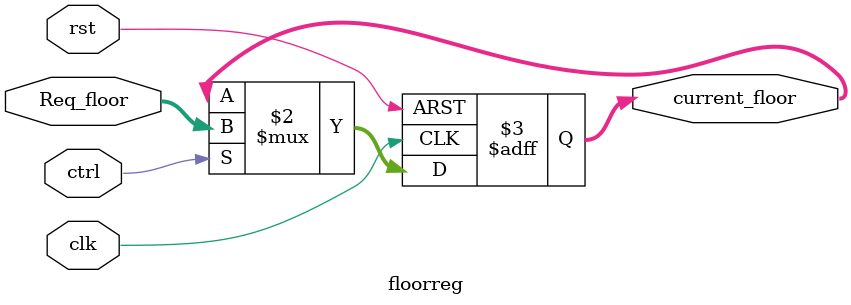
<source format=v>
module floorreg(
    input clk,
    input rst,
    output reg [1:0]current_floor,
    input [1:0] Req_floor,
    input ctrl);
    
    always @(posedge clk or posedge rst) begin   
        if(rst) begin
            current_floor <= 1;
        end
        else
            current_floor <= ctrl ? Req_floor:current_floor;
    end
    
endmodule 
    
</source>
